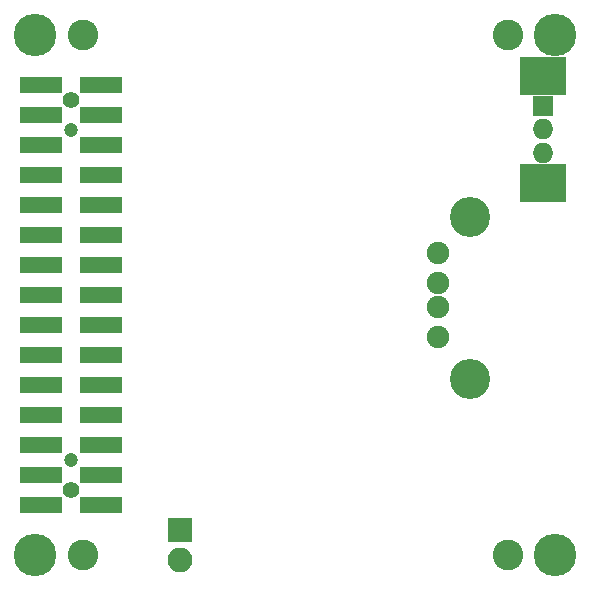
<source format=gbs>
G04 #@! TF.FileFunction,Soldermask,Bot*
%FSLAX46Y46*%
G04 Gerber Fmt 4.6, Leading zero omitted, Abs format (unit mm)*
G04 Created by KiCad (PCBNEW 4.0.7) date 07/27/18 08:10:25*
%MOMM*%
%LPD*%
G01*
G04 APERTURE LIST*
%ADD10C,0.100000*%
%ADD11C,3.600000*%
%ADD12C,2.600000*%
%ADD13R,2.100000X2.100000*%
%ADD14O,2.100000X2.100000*%
%ADD15C,1.900000*%
%ADD16C,3.400000*%
%ADD17R,3.900000X3.200000*%
%ADD18R,1.750000X1.750000*%
%ADD19O,1.750000X1.750000*%
%ADD20C,1.200000*%
%ADD21C,1.400000*%
%ADD22R,3.550000X1.400000*%
G04 APERTURE END LIST*
D10*
D11*
X151000000Y-86000000D03*
X107000000Y-130000000D03*
X107000000Y-86000000D03*
X151000000Y-130000000D03*
D12*
X111000000Y-130000000D03*
X111000000Y-86000000D03*
X147000000Y-86000000D03*
X147000000Y-130000000D03*
D13*
X119240000Y-127920000D03*
D14*
X119240000Y-130460000D03*
D15*
X141100000Y-104452400D03*
X141100000Y-106992400D03*
X141100000Y-109022400D03*
X141100000Y-111562400D03*
D16*
X143770000Y-101402400D03*
X143770000Y-115122400D03*
D17*
X150000000Y-98500000D03*
D18*
X150000000Y-92000000D03*
D19*
X150000000Y-94000000D03*
X150000000Y-96000000D03*
D17*
X150000000Y-89500000D03*
D20*
X110000000Y-121970000D03*
D21*
X110000000Y-124510000D03*
D20*
X110000000Y-94030000D03*
X108095000Y-90220000D03*
D22*
X107475000Y-90220000D03*
D20*
X106825000Y-90220000D03*
D22*
X112555000Y-90220000D03*
X107475000Y-92760000D03*
X112555000Y-92760000D03*
X107475000Y-95300000D03*
X112555000Y-95300000D03*
X107475000Y-97840000D03*
X112555000Y-97840000D03*
X107475000Y-100380000D03*
X112555000Y-100380000D03*
X107475000Y-102920000D03*
X112555000Y-102920000D03*
X107475000Y-105460000D03*
X112555000Y-105460000D03*
X107475000Y-108000000D03*
X112555000Y-108000000D03*
X107475000Y-110540000D03*
X112555000Y-110540000D03*
X107475000Y-113080000D03*
X112555000Y-113080000D03*
X107475000Y-115620000D03*
X112555000Y-115620000D03*
X107475000Y-118160000D03*
X112555000Y-118160000D03*
X107475000Y-120700000D03*
X112555000Y-120700000D03*
X107475000Y-123240000D03*
X112555000Y-123240000D03*
X107475000Y-125780000D03*
X112555000Y-125780000D03*
D20*
X111905000Y-90220000D03*
X106825000Y-92760000D03*
X111905000Y-92760000D03*
X106825000Y-95300000D03*
X111905000Y-95300000D03*
X106825000Y-97840000D03*
X111905000Y-97840000D03*
X106825000Y-100380000D03*
X111905000Y-100380000D03*
X106825000Y-102920000D03*
X111905000Y-102920000D03*
X106825000Y-105460000D03*
X111905000Y-105460000D03*
X106825000Y-108000000D03*
X111905000Y-108000000D03*
X106825000Y-110540000D03*
X111905000Y-110540000D03*
X106825000Y-113080000D03*
X111905000Y-113080000D03*
X106825000Y-115620000D03*
X111905000Y-115620000D03*
X106825000Y-118160000D03*
X111905000Y-118160000D03*
X106825000Y-120700000D03*
X111905000Y-120700000D03*
X106825000Y-123240000D03*
X111905000Y-123240000D03*
X106825000Y-125780000D03*
X111905000Y-125780000D03*
X113175000Y-90220000D03*
X108095000Y-92760000D03*
X113175000Y-92760000D03*
X108095000Y-95300000D03*
X113175000Y-95300000D03*
X108095000Y-97840000D03*
X113175000Y-97840000D03*
X108095000Y-100380000D03*
X113175000Y-100380000D03*
X108095000Y-102920000D03*
X113175000Y-102920000D03*
X108095000Y-105460000D03*
X113175000Y-105460000D03*
X108095000Y-108000000D03*
X113175000Y-108000000D03*
X108095000Y-110540000D03*
X113175000Y-110540000D03*
X108095000Y-113080000D03*
X113175000Y-113080000D03*
X108095000Y-115620000D03*
X113175000Y-115620000D03*
X108095000Y-118160000D03*
X113175000Y-118160000D03*
X108095000Y-120700000D03*
X113175000Y-120700000D03*
X108095000Y-123240000D03*
X113175000Y-123240000D03*
X108095000Y-125780000D03*
X113175000Y-125780000D03*
D21*
X110000000Y-91490000D03*
M02*

</source>
